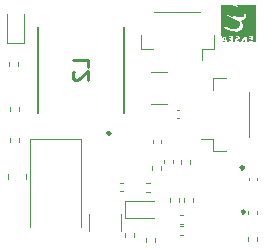
<source format=gbr>
%TF.GenerationSoftware,KiCad,Pcbnew,8.0.5*%
%TF.CreationDate,2024-10-20T03:46:06+02:00*%
%TF.ProjectId,cansatperso,63616e73-6174-4706-9572-736f2e6b6963,rev?*%
%TF.SameCoordinates,Original*%
%TF.FileFunction,Legend,Bot*%
%TF.FilePolarity,Positive*%
%FSLAX46Y46*%
G04 Gerber Fmt 4.6, Leading zero omitted, Abs format (unit mm)*
G04 Created by KiCad (PCBNEW 8.0.5) date 2024-10-20 03:46:06*
%MOMM*%
%LPD*%
G01*
G04 APERTURE LIST*
%ADD10C,0.254000*%
%ADD11C,0.120000*%
%ADD12C,0.200000*%
%ADD13C,0.250000*%
%ADD14C,0.000000*%
G04 APERTURE END LIST*
D10*
X180634318Y-78408333D02*
X180634318Y-77803571D01*
X180634318Y-77803571D02*
X179364318Y-77803571D01*
X179485270Y-78771190D02*
X179424794Y-78831666D01*
X179424794Y-78831666D02*
X179364318Y-78952619D01*
X179364318Y-78952619D02*
X179364318Y-79255000D01*
X179364318Y-79255000D02*
X179424794Y-79375952D01*
X179424794Y-79375952D02*
X179485270Y-79436428D01*
X179485270Y-79436428D02*
X179606222Y-79496905D01*
X179606222Y-79496905D02*
X179727175Y-79496905D01*
X179727175Y-79496905D02*
X179908603Y-79436428D01*
X179908603Y-79436428D02*
X180634318Y-78710714D01*
X180634318Y-78710714D02*
X180634318Y-79496905D01*
D11*
%TO.C,C19*%
X194270000Y-87985835D02*
X194270000Y-87754165D01*
X194990000Y-87985835D02*
X194990000Y-87754165D01*
%TO.C,C21*%
X188461665Y-91890000D02*
X188693335Y-91890000D01*
X188461665Y-92610000D02*
X188693335Y-92610000D01*
%TO.C,R16*%
X186120000Y-87117621D02*
X186120000Y-86782379D01*
X186880000Y-87117621D02*
X186880000Y-86782379D01*
%TO.C,C27*%
X187120000Y-86525835D02*
X187120000Y-86294165D01*
X187840000Y-86525835D02*
X187840000Y-86294165D01*
%TO.C,J3*%
X190230000Y-84470000D02*
X191220000Y-84470000D01*
X191220000Y-79300000D02*
X192370000Y-79300000D01*
X191220000Y-80350000D02*
X191220000Y-79300000D01*
X191220000Y-84470000D02*
X191220000Y-85520000D01*
X191220000Y-85520000D02*
X192370000Y-85520000D01*
X194340000Y-80470000D02*
X194340000Y-84350000D01*
%TO.C,R15*%
X185897621Y-88190000D02*
X185562379Y-88190000D01*
X185897621Y-88950000D02*
X185562379Y-88950000D01*
D12*
%TO.C,L2*%
X176410000Y-74970000D02*
X176410000Y-82270000D01*
X183710000Y-82270000D02*
X183710000Y-74970000D01*
D11*
%TO.C,C29*%
X187391252Y-78840000D02*
X185968748Y-78840000D01*
X187391252Y-81560000D02*
X185968748Y-81560000D01*
%TO.C,C28*%
X188405835Y-82020000D02*
X188174165Y-82020000D01*
X188405835Y-82740000D02*
X188174165Y-82740000D01*
%TO.C,R11*%
X183820000Y-92442379D02*
X183820000Y-92777621D01*
X184580000Y-92442379D02*
X184580000Y-92777621D01*
%TO.C,J4*%
X185130000Y-76840000D02*
X185130000Y-75690000D01*
X186180000Y-76840000D02*
X185130000Y-76840000D01*
X186300000Y-73720000D02*
X190180000Y-73720000D01*
X190300000Y-76840000D02*
X191350000Y-76840000D01*
X190300000Y-77830000D02*
X190300000Y-76840000D01*
X191350000Y-76840000D02*
X191350000Y-75690000D01*
%TO.C,C25*%
X183615835Y-88170000D02*
X183384165Y-88170000D01*
X183615835Y-88890000D02*
X183384165Y-88890000D01*
D13*
%TO.C,IC5*%
X193950000Y-90670000D02*
G75*
G02*
X193700000Y-90670000I-125000J0D01*
G01*
X193700000Y-90670000D02*
G75*
G02*
X193950000Y-90670000I125000J0D01*
G01*
D11*
%TO.C,R22*%
X174050000Y-82077621D02*
X174050000Y-81742379D01*
X174810000Y-82077621D02*
X174810000Y-81742379D01*
%TO.C,R4*%
X185580000Y-93235121D02*
X185580000Y-92899879D01*
X186340000Y-93235121D02*
X186340000Y-92899879D01*
%TO.C,D1*%
X173815000Y-73930000D02*
X173815000Y-76390000D01*
X173815000Y-76390000D02*
X175285000Y-76390000D01*
X175285000Y-76390000D02*
X175285000Y-73930000D01*
D14*
%TO.C,G\u002A\u002A\u002A*%
G36*
X192260981Y-76190424D02*
G01*
X192329351Y-76231145D01*
X192317737Y-76264231D01*
X192235265Y-76279618D01*
X192152789Y-76267274D01*
X192111221Y-76231145D01*
X192128106Y-76203522D01*
X192205307Y-76182671D01*
X192260981Y-76190424D01*
G37*
G36*
X192256641Y-76010154D02*
G01*
X192250708Y-76046269D01*
X192208168Y-76085725D01*
X192196667Y-76084419D01*
X192159694Y-76040112D01*
X192161543Y-76026513D01*
X192208168Y-75964542D01*
X192233142Y-75959981D01*
X192256641Y-76010154D01*
G37*
G36*
X193978934Y-75988786D02*
G01*
X193995006Y-76032010D01*
X194001679Y-76134198D01*
X194000577Y-76173604D01*
X193975220Y-76257302D01*
X193903488Y-76279618D01*
X193898994Y-76279612D01*
X193838981Y-76272068D01*
X193834204Y-76232380D01*
X193880496Y-76134198D01*
X193887560Y-76120729D01*
X193943354Y-76027105D01*
X193978687Y-75988778D01*
X193978934Y-75988786D01*
G37*
G36*
X192705447Y-73177735D02*
G01*
X192902178Y-73181819D01*
X193039609Y-73193678D01*
X193140697Y-73217365D01*
X193228401Y-73256936D01*
X193325681Y-73316446D01*
X193461078Y-73411448D01*
X193665628Y-73591170D01*
X193811809Y-73770705D01*
X193883678Y-73932453D01*
X193893666Y-73999068D01*
X193873756Y-74080263D01*
X193785395Y-74137132D01*
X193592178Y-74190432D01*
X193348087Y-74167591D01*
X193088172Y-74049847D01*
X192986328Y-73989404D01*
X192864755Y-73926760D01*
X192807508Y-73911629D01*
X192820846Y-73944812D01*
X192911030Y-74027113D01*
X192959945Y-74070375D01*
X193000999Y-74129554D01*
X192962915Y-74145461D01*
X192851059Y-74117682D01*
X192670797Y-74045797D01*
X192584525Y-74010187D01*
X192472107Y-73973418D01*
X192417689Y-73969587D01*
X192414451Y-73977036D01*
X192452777Y-74024937D01*
X192557375Y-74095650D01*
X192709432Y-74178676D01*
X192890140Y-74263515D01*
X193080687Y-74339667D01*
X193244595Y-74400530D01*
X193385542Y-74462390D01*
X193469048Y-74520311D01*
X193514599Y-74588774D01*
X193541679Y-74682260D01*
X193553388Y-74853723D01*
X193490673Y-74997417D01*
X193344176Y-75096448D01*
X193077770Y-75158260D01*
X192771014Y-75140698D01*
X192441412Y-75043630D01*
X192290128Y-74986097D01*
X192174369Y-74949649D01*
X192122445Y-74943458D01*
X192111968Y-74960501D01*
X192137645Y-75023584D01*
X192234857Y-75099339D01*
X192386779Y-75179670D01*
X192576586Y-75256476D01*
X192787452Y-75321658D01*
X193002554Y-75367117D01*
X193013505Y-75368801D01*
X193288216Y-75393264D01*
X193491691Y-75368234D01*
X193637916Y-75289665D01*
X193740880Y-75153509D01*
X193780288Y-75027358D01*
X193786568Y-74853347D01*
X193752727Y-74690868D01*
X193682814Y-74579908D01*
X193623740Y-74513310D01*
X193634631Y-74457726D01*
X193735076Y-74437633D01*
X193756622Y-74436637D01*
X193898951Y-74381970D01*
X194007166Y-74266197D01*
X194050152Y-74120626D01*
X194030296Y-73976982D01*
X193922927Y-73750403D01*
X193726376Y-73524544D01*
X193445102Y-73305413D01*
X193252075Y-73177328D01*
X194087373Y-73177328D01*
X194922671Y-73177328D01*
X194922671Y-74728473D01*
X194922671Y-76279618D01*
X194777252Y-76279618D01*
X194775028Y-76279618D01*
X194692856Y-76274867D01*
X194650276Y-76244757D01*
X194634274Y-76165427D01*
X194631832Y-76013015D01*
X194631832Y-75746412D01*
X194462175Y-75746412D01*
X194439910Y-75746830D01*
X194335131Y-75762846D01*
X194292519Y-75794885D01*
X194322606Y-75826765D01*
X194413702Y-75843358D01*
X194493403Y-75855393D01*
X194534885Y-75891832D01*
X194504798Y-75923712D01*
X194413702Y-75940305D01*
X194334001Y-75952340D01*
X194292519Y-75988778D01*
X194322606Y-76020658D01*
X194413702Y-76037251D01*
X194492747Y-76051482D01*
X194534885Y-76109961D01*
X194511167Y-76157389D01*
X194413702Y-76182671D01*
X194334001Y-76194706D01*
X194292519Y-76231145D01*
X194285206Y-76252625D01*
X194222342Y-76279618D01*
X194190349Y-76266660D01*
X194155993Y-76187697D01*
X194137514Y-76025587D01*
X194136333Y-76007228D01*
X194107824Y-75839420D01*
X194055141Y-75760362D01*
X193982413Y-75772547D01*
X193893769Y-75878467D01*
X193810366Y-76013015D01*
X193809076Y-75875674D01*
X193796072Y-75772449D01*
X193765050Y-75745171D01*
X193726829Y-75786867D01*
X193692200Y-75885478D01*
X193671951Y-76028943D01*
X193669225Y-76071309D01*
X193652592Y-76202161D01*
X193620897Y-76264035D01*
X193564408Y-76279618D01*
X193507572Y-76267129D01*
X193499345Y-76207097D01*
X193506814Y-76177390D01*
X193478165Y-76152332D01*
X193376640Y-76164683D01*
X193286980Y-76174736D01*
X193231497Y-76155190D01*
X193259458Y-76109432D01*
X193371526Y-76052089D01*
X193484342Y-75981858D01*
X193512172Y-75892227D01*
X193446904Y-75797099D01*
X193418389Y-75778823D01*
X193311258Y-75754881D01*
X193204311Y-75771625D01*
X193143154Y-75824885D01*
X193158166Y-75857203D01*
X193248422Y-75855589D01*
X193330924Y-75852426D01*
X193371526Y-75886181D01*
X193366352Y-75907531D01*
X193308081Y-75940305D01*
X193249421Y-75955000D01*
X193150543Y-76010063D01*
X193125262Y-76029824D01*
X193083365Y-76093994D01*
X193117452Y-76179719D01*
X193144250Y-76227623D01*
X193140940Y-76270959D01*
X193056861Y-76279618D01*
X192995920Y-76275237D01*
X192955009Y-76245192D01*
X192938399Y-76165694D01*
X192935267Y-76013015D01*
X192935267Y-75746412D01*
X192765610Y-75746412D01*
X192743345Y-75746830D01*
X192638566Y-75762846D01*
X192595954Y-75794885D01*
X192612839Y-75822508D01*
X192690040Y-75843358D01*
X192745714Y-75851111D01*
X192814084Y-75891832D01*
X192802470Y-75924918D01*
X192719998Y-75940305D01*
X192684016Y-75942049D01*
X192606621Y-75970079D01*
X192612436Y-76013096D01*
X192705019Y-76045998D01*
X192772856Y-76066220D01*
X192814084Y-76109961D01*
X192790263Y-76143494D01*
X192705019Y-76173924D01*
X192637169Y-76193415D01*
X192595954Y-76234516D01*
X192591091Y-76251889D01*
X192533282Y-76279618D01*
X192496865Y-76252703D01*
X192438194Y-76155240D01*
X192379339Y-76011102D01*
X192345703Y-75920815D01*
X192274311Y-75793288D01*
X192203847Y-75762304D01*
X192131506Y-75827673D01*
X192054488Y-75989207D01*
X192041957Y-76021437D01*
X192021214Y-76068111D01*
X192004936Y-76086101D01*
X191992555Y-76066874D01*
X191983507Y-76001897D01*
X191977225Y-75882637D01*
X191973143Y-75700563D01*
X191970695Y-75447140D01*
X191969315Y-75113836D01*
X191968437Y-74692118D01*
X191965801Y-73177328D01*
X192537991Y-73177328D01*
X192705447Y-73177735D01*
G37*
D11*
%TO.C,C24*%
X180720000Y-92241252D02*
X180720000Y-90818748D01*
X183440000Y-92241252D02*
X183440000Y-90818748D01*
%TO.C,R3*%
X174010000Y-78002379D02*
X174010000Y-78337621D01*
X174770000Y-78002379D02*
X174770000Y-78337621D01*
%TO.C,C20*%
X194220000Y-90815835D02*
X194220000Y-90584165D01*
X194940000Y-90815835D02*
X194940000Y-90584165D01*
%TO.C,R19*%
X187590000Y-89827621D02*
X187590000Y-89492379D01*
X188350000Y-89827621D02*
X188350000Y-89492379D01*
%TO.C,R21*%
X174100000Y-84717621D02*
X174100000Y-84382379D01*
X174860000Y-84717621D02*
X174860000Y-84382379D01*
D13*
%TO.C,IC2*%
X193860000Y-86920000D02*
G75*
G02*
X193610000Y-86920000I-125000J0D01*
G01*
X193610000Y-86920000D02*
G75*
G02*
X193860000Y-86920000I125000J0D01*
G01*
D11*
%TO.C,C26*%
X186170000Y-84835835D02*
X186170000Y-84604165D01*
X186890000Y-84835835D02*
X186890000Y-84604165D01*
%TO.C,C18*%
X188695835Y-90920000D02*
X188464165Y-90920000D01*
X188695835Y-91640000D02*
X188464165Y-91640000D01*
%TO.C,D5*%
X183765000Y-89735000D02*
X183765000Y-91205000D01*
X183765000Y-91205000D02*
X186225000Y-91205000D01*
X186225000Y-89735000D02*
X183765000Y-89735000D01*
%TO.C,R17*%
X188510000Y-86587621D02*
X188510000Y-86252379D01*
X189270000Y-86587621D02*
X189270000Y-86252379D01*
%TO.C,D2*%
X175780000Y-91910000D02*
X175780000Y-84500000D01*
X180080000Y-84500000D02*
X175780000Y-84500000D01*
X180080000Y-91910000D02*
X180080000Y-84500000D01*
%TO.C,R1*%
X194200000Y-93107621D02*
X194200000Y-92772379D01*
X194960000Y-93107621D02*
X194960000Y-92772379D01*
%TO.C,R23*%
X173915000Y-87452936D02*
X173915000Y-87907064D01*
X175385000Y-87452936D02*
X175385000Y-87907064D01*
%TO.C,R18*%
X188770000Y-89502379D02*
X188770000Y-89837621D01*
X189530000Y-89502379D02*
X189530000Y-89837621D01*
D13*
%TO.C,IC3*%
X182565000Y-84010000D02*
G75*
G02*
X182315000Y-84010000I-125000J0D01*
G01*
X182315000Y-84010000D02*
G75*
G02*
X182565000Y-84010000I125000J0D01*
G01*
%TD*%
M02*

</source>
